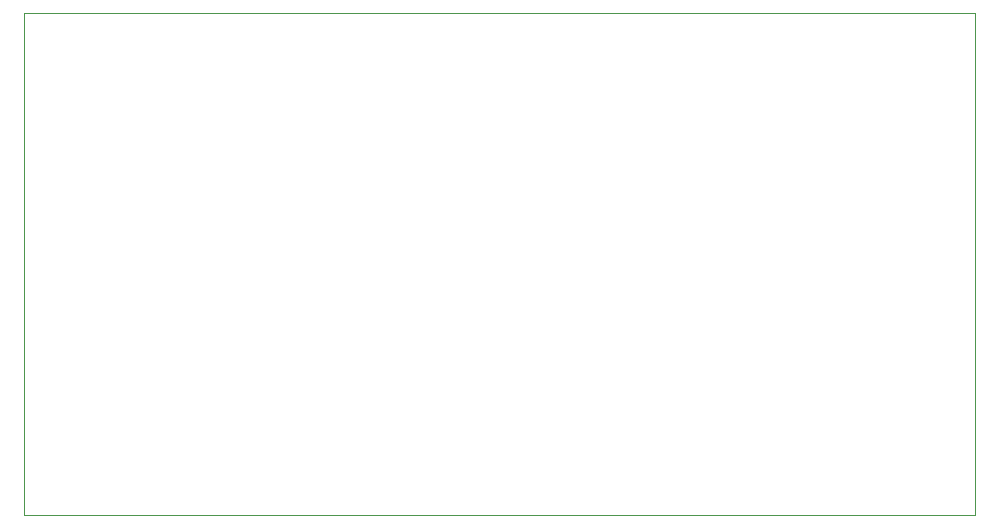
<source format=gbr>
%TF.GenerationSoftware,KiCad,Pcbnew,8.0.6*%
%TF.CreationDate,2024-10-27T14:48:02-04:00*%
%TF.ProjectId,gameboy,67616d65-626f-4792-9e6b-696361645f70,rev?*%
%TF.SameCoordinates,Original*%
%TF.FileFunction,Profile,NP*%
%FSLAX46Y46*%
G04 Gerber Fmt 4.6, Leading zero omitted, Abs format (unit mm)*
G04 Created by KiCad (PCBNEW 8.0.6) date 2024-10-27 14:48:02*
%MOMM*%
%LPD*%
G01*
G04 APERTURE LIST*
%TA.AperFunction,Profile*%
%ADD10C,0.050000*%
%TD*%
G04 APERTURE END LIST*
D10*
X194000000Y-59000000D02*
X194000000Y-101500000D01*
X194000000Y-59000000D01*
X113500000Y-59000000D02*
X194000000Y-59000000D01*
X194000000Y-101500000D01*
X113500000Y-101500000D01*
X113500000Y-59000000D01*
M02*

</source>
